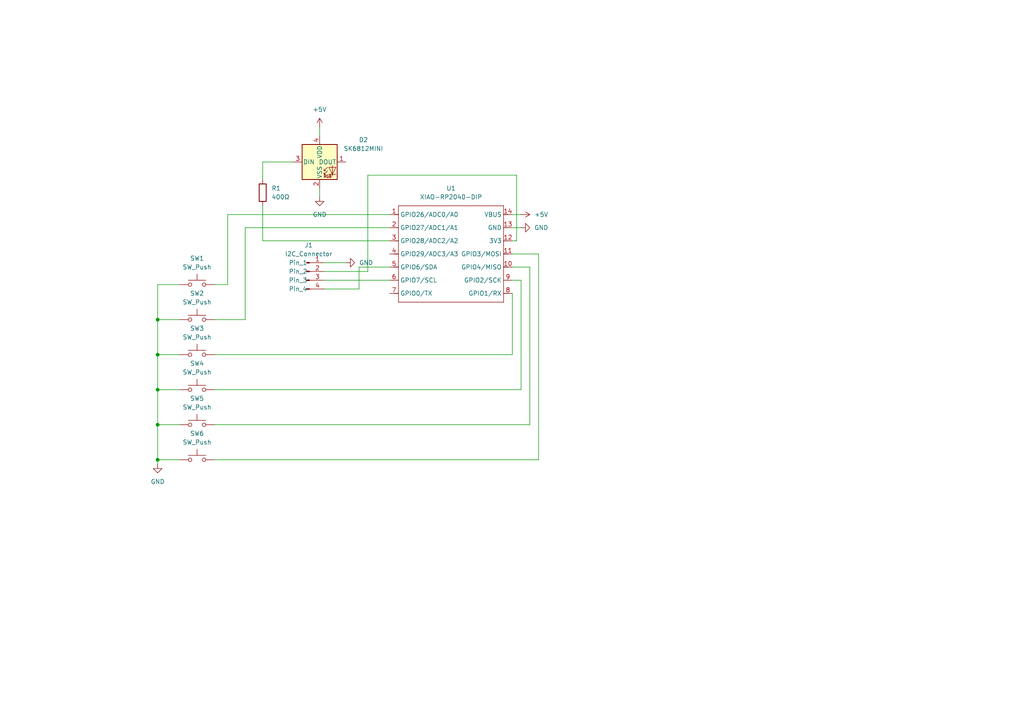
<source format=kicad_sch>
(kicad_sch (version 20250114) (generator "eeschema") (generator_version "9.0")
  (paper "A4")
  (lib_symbols
    (symbol "Connector:Conn_01x04_Pin" (pin_names (offset 1.016))
      (property "Reference" "J" (at 0 5.08 0))
      (property "Value" "Conn_01x04_Pin" (at 0 -7.62 0))
      (symbol "Conn_01x04_Pin_1_1"
        (rectangle (start 0.8636 2.667) (end 0 2.413) (stroke (width 0.1524)) (fill (type outline)))
        (rectangle (start 0.8636 0.127) (end 0 -0.127) (stroke (width 0.1524)) (fill (type outline)))
        (rectangle (start 0.8636 -2.413) (end 0 -2.667) (stroke (width 0.1524)) (fill (type outline)))
        (rectangle (start 0.8636 -4.953) (end 0 -5.207) (stroke (width 0.1524)) (fill (type outline)))
        (polyline (pts (xy 1.27 2.54) (xy 0.8636 2.54)) (stroke (width 0.1524)))
        (polyline (pts (xy 1.27 0) (xy 0.8636 0)) (stroke (width 0.1524)))
        (polyline (pts (xy 1.27 -2.54) (xy 0.8636 -2.54)) (stroke (width 0.1524)))
        (polyline (pts (xy 1.27 -5.08) (xy 0.8636 -5.08)) (stroke (width 0.1524)))
        (pin passive line (at 5.08 2.54 180) (length 3.81) (name "Pin_1") (number "1"))
        (pin passive line (at 5.08 0 180) (length 3.81) (name "Pin_2") (number "2"))
        (pin passive line (at 5.08 -2.54 180) (length 3.81) (name "Pin_3") (number "3"))
        (pin passive line (at 5.08 -5.08 180) (length 3.81) (name "Pin_4") (number "4"))
      )
    )
    (symbol "Device:R" (pin_numbers (hide yes)) (pin_names (offset 0))
      (property "Reference" "R" (at 2.032 0 90))
      (property "Value" "R" (at 0 0 90))
      (symbol "R_0_1"
        (rectangle (start -1.016 -2.54) (end 1.016 2.54) (stroke (width 0.254)))
      )
      (symbol "R_1_1"
        (pin passive line (at 0 3.81 270) (length 1.27) (name "~") (number "1"))
        (pin passive line (at 0 -3.81 90) (length 1.27) (name "~") (number "2"))
      )
    )
    (symbol "LED:SK6812MINI" (pin_names (offset 0.254))
      (property "Reference" "D" (at 5.08 5.715 0))
      (property "Value" "SK6812MINI" (at 1.27 -5.715 0))
      (symbol "SK6812MINI_0_0"
        (text "RGB" (at 2.286 -4.191 0) (effects (font (size 0.762 0.762))))
      )
      (symbol "SK6812MINI_0_1"
        (polyline (pts (xy 1.27 -2.54) (xy 1.778 -2.54)))
        (polyline (pts (xy 1.27 -3.556) (xy 1.778 -3.556)))
        (polyline (pts (xy 2.286 -1.524) (xy 1.27 -2.54) (xy 1.27 -2.032)))
        (polyline (pts (xy 2.286 -2.54) (xy 1.27 -3.556) (xy 1.27 -3.048)))
        (polyline (pts (xy 3.683 -1.016) (xy 3.683 -3.556) (xy 3.683 -4.064)))
        (polyline (pts (xy 4.699 -1.524) (xy 2.667 -1.524) (xy 3.683 -3.556) (xy 4.699 -1.524)))
        (polyline (pts (xy 4.699 -3.556) (xy 2.667 -3.556)))
        (rectangle (start 5.08 5.08) (end -5.08 -5.08) (stroke (width 0.254)) (fill (type background)))
      )
      (symbol "SK6812MINI_1_1"
        (pin input line (at -7.62 0 0) (length 2.54) (name "DIN") (number "3"))
        (pin power_in line (at 0 7.62 270) (length 2.54) (name "VDD") (number "4"))
        (pin power_in line (at 0 -7.62 90) (length 2.54) (name "VSS") (number "2"))
        (pin output line (at 7.62 0 180) (length 2.54) (name "DOUT") (number "1"))
      )
    )
    (symbol "OPL Library:XIAO-RP2040-DIP"
      (property "Reference" "U" (at 0 0 0))
      (property "Value" "XIAO-RP2040-DIP" (at 5.334 -1.778 0))
      (symbol "XIAO-RP2040-DIP_1_0"
        (polyline (pts (xy -1.27 -2.54) (xy 29.21 -2.54)) (stroke (width 0.1524)))
        (polyline (pts (xy -1.27 -5.08) (xy -2.54 -5.08)) (stroke (width 0.1524)))
        (polyline (pts (xy -1.27 -5.08) (xy -1.27 -2.54)) (stroke (width 0.1524)))
        (polyline (pts (xy -1.27 -8.89) (xy -2.54 -8.89)) (stroke (width 0.1524)))
        (polyline (pts (xy -1.27 -8.89) (xy -1.27 -5.08)) (stroke (width 0.1524)))
        (polyline (pts (xy -1.27 -12.7) (xy -2.54 -12.7)) (stroke (width 0.1524)))
        (polyline (pts (xy -1.27 -12.7) (xy -1.27 -8.89)) (stroke (width 0.1524)))
        (polyline (pts (xy -1.27 -16.51) (xy -2.54 -16.51)) (stroke (width 0.1524)))
        (polyline (pts (xy -1.27 -16.51) (xy -1.27 -12.7)) (stroke (width 0.1524)))
        (polyline (pts (xy -1.27 -20.32) (xy -2.54 -20.32)) (stroke (width 0.1524)))
        (polyline (pts (xy -1.27 -24.13) (xy -2.54 -24.13)) (stroke (width 0.1524)))
        (polyline (pts (xy -1.27 -27.94) (xy -2.54 -27.94)) (stroke (width 0.1524)))
        (polyline (pts (xy -1.27 -30.48) (xy -1.27 -16.51)) (stroke (width 0.1524)))
        (polyline (pts (xy 29.21 -2.54) (xy 29.21 -5.08)) (stroke (width 0.1524)))
        (polyline (pts (xy 29.21 -5.08) (xy 29.21 -8.89)) (stroke (width 0.1524)))
        (polyline (pts (xy 29.21 -8.89) (xy 29.21 -12.7)) (stroke (width 0.1524)))
        (polyline (pts (xy 29.21 -12.7) (xy 29.21 -30.48)) (stroke (width 0.1524)))
        (polyline (pts (xy 29.21 -30.48) (xy -1.27 -30.48)) (stroke (width 0.1524)))
        (polyline (pts (xy 30.48 -5.08) (xy 29.21 -5.08)) (stroke (width 0.1524)))
        (polyline (pts (xy 30.48 -8.89) (xy 29.21 -8.89)) (stroke (width 0.1524)))
        (polyline (pts (xy 30.48 -12.7) (xy 29.21 -12.7)) (stroke (width 0.1524)))
        (polyline (pts (xy 30.48 -16.51) (xy 29.21 -16.51)) (stroke (width 0.1524)))
        (polyline (pts (xy 30.48 -20.32) (xy 29.21 -20.32)) (stroke (width 0.1524)))
        (polyline (pts (xy 30.48 -24.13) (xy 29.21 -24.13)) (stroke (width 0.1524)))
        (polyline (pts (xy 30.48 -27.94) (xy 29.21 -27.94)) (stroke (width 0.1524)))
        (pin passive line (at -3.81 -5.08 0) (length 2.54) (name "GPIO26/ADC0/A0") (number "1"))
        (pin passive line (at -3.81 -8.89 0) (length 2.54) (name "GPIO27/ADC1/A1") (number "2"))
        (pin passive line (at -3.81 -12.7 0) (length 2.54) (name "GPIO28/ADC2/A2") (number "3"))
        (pin passive line (at -3.81 -16.51 0) (length 2.54) (name "GPIO29/ADC3/A3") (number "4"))
        (pin passive line (at -3.81 -20.32 0) (length 2.54) (name "GPIO6/SDA") (number "5"))
        (pin passive line (at -3.81 -24.13 0) (length 2.54) (name "GPIO7/SCL") (number "6"))
        (pin passive line (at -3.81 -27.94 0) (length 2.54) (name "GPIO0/TX") (number "7"))
        (pin passive line (at 31.75 -5.08 180) (length 2.54) (name "VBUS") (number "14"))
        (pin passive line (at 31.75 -8.89 180) (length 2.54) (name "GND") (number "13"))
        (pin passive line (at 31.75 -12.7 180) (length 2.54) (name "3V3") (number "12"))
        (pin passive line (at 31.75 -16.51 180) (length 2.54) (name "GPIO3/MOSI") (number "11"))
        (pin passive line (at 31.75 -20.32 180) (length 2.54) (name "GPIO4/MISO") (number "10"))
        (pin passive line (at 31.75 -24.13 180) (length 2.54) (name "GPIO2/SCK") (number "9"))
        (pin passive line (at 31.75 -27.94 180) (length 2.54) (name "GPIO1/RX") (number "8"))
      )
    )
    (symbol "Switch:SW_Push" (pin_numbers (hide yes)) (pin_names (offset 1.016) (hide yes))
      (property "Reference" "SW" (at 1.27 2.54 0))
      (property "Value" "SW_Push" (at 0 -1.524 0))
      (symbol "SW_Push_0_1"
        (circle (center -2.032 0) (radius 0.508))
        (polyline (pts (xy 0 1.27) (xy 0 3.048)))
        (circle (center 2.032 0) (radius 0.508))
        (polyline (pts (xy 2.54 1.27) (xy -2.54 1.27)))
        (pin passive line (at -5.08 0 0) (length 2.54) (name "1") (number "1"))
        (pin passive line (at 5.08 0 180) (length 2.54) (name "2") (number "2"))
      )
    )
    (symbol "power:+5V" (power) (pin_numbers (hide yes)) (pin_names (offset 0) (hide yes))
      (property "Value" "+5V" (at 0 3.556 0))
      (symbol "+5V_0_1"
        (polyline (pts (xy -0.762 1.27) (xy 0 2.54)))
        (polyline (pts (xy 0 2.54) (xy 0.762 1.27)))
        (polyline (pts (xy 0 0) (xy 0 2.54)))
      )
      (symbol "+5V_1_1"
        (pin power_in line (at 0 0 90) (length 0) (name "~") (number "1"))
      )
    )
    (symbol "power:GND" (power) (pin_numbers (hide yes)) (pin_names (offset 0) (hide yes))
      (property "Value" "GND" (at 0 -3.81 0))
      (symbol "GND_0_1"
        (polyline (pts (xy 0 0) (xy 0 -1.27) (xy 1.27 -1.27) (xy 0 -2.54) (xy -1.27 -1.27) (xy 0 -1.27)))
      )
      (symbol "GND_1_1"
        (pin power_in line (at 0 0 270) (length 0) (name "~") (number "1"))
      )
    )
  )
  (junction (at 45.72 123.19))
  (junction (at 45.72 102.87))
  (junction (at 45.72 113.03))
  (junction (at 45.72 133.35))
  (junction (at 45.72 92.71))
  (wire (pts (xy 148.59 69.85) (xy 149.86 69.85)))
  (wire (pts (xy 66.04 62.23) (xy 66.04 82.55)))
  (wire (pts (xy 76.2 52.07) (xy 76.2 46.99)))
  (wire (pts (xy 156.21 133.35) (xy 62.23 133.35)))
  (wire (pts (xy 93.98 81.28) (xy 113.03 81.28)))
  (wire (pts (xy 148.59 73.66) (xy 156.21 73.66)))
  (wire (pts (xy 113.03 66.04) (xy 71.12 66.04)))
  (wire (pts (xy 148.59 102.87) (xy 62.23 102.87)))
  (wire (pts (xy 45.72 123.19) (xy 52.07 123.19)))
  (wire (pts (xy 151.13 81.28) (xy 151.13 113.03)))
  (wire (pts (xy 151.13 113.03) (xy 62.23 113.03)))
  (wire (pts (xy 153.67 77.47) (xy 153.67 123.19)))
  (wire (pts (xy 52.07 92.71) (xy 45.72 92.71)))
  (wire (pts (xy 104.14 77.47) (xy 104.14 83.82)))
  (wire (pts (xy 156.21 73.66) (xy 156.21 133.35)))
  (wire (pts (xy 71.12 66.04) (xy 71.12 92.71)))
  (wire (pts (xy 45.72 102.87) (xy 45.72 113.03)))
  (wire (pts (xy 45.72 92.71) (xy 45.72 102.87)))
  (wire (pts (xy 45.72 102.87) (xy 52.07 102.87)))
  (wire (pts (xy 113.03 77.47) (xy 104.14 77.47)))
  (wire (pts (xy 113.03 62.23) (xy 66.04 62.23)))
  (wire (pts (xy 45.72 123.19) (xy 45.72 133.35)))
  (wire (pts (xy 92.71 36.83) (xy 92.71 39.37)))
  (wire (pts (xy 149.86 69.85) (xy 149.86 50.8)))
  (wire (pts (xy 148.59 85.09) (xy 148.59 102.87)))
  (wire (pts (xy 148.59 81.28) (xy 151.13 81.28)))
  (wire (pts (xy 76.2 46.99) (xy 85.09 46.99)))
  (wire (pts (xy 45.72 113.03) (xy 52.07 113.03)))
  (wire (pts (xy 52.07 82.55) (xy 45.72 82.55)))
  (wire (pts (xy 45.72 113.03) (xy 45.72 123.19)))
  (wire (pts (xy 148.59 66.04) (xy 151.13 66.04)))
  (wire (pts (xy 45.72 133.35) (xy 52.07 133.35)))
  (wire (pts (xy 106.68 50.8) (xy 106.68 78.74)))
  (wire (pts (xy 113.03 69.85) (xy 76.2 69.85)))
  (wire (pts (xy 93.98 76.2) (xy 100.33 76.2)))
  (wire (pts (xy 92.71 54.61) (xy 92.71 57.15)))
  (wire (pts (xy 45.72 133.35) (xy 45.72 134.62)))
  (wire (pts (xy 62.23 92.71) (xy 71.12 92.71)))
  (wire (pts (xy 76.2 59.69) (xy 76.2 69.85)))
  (wire (pts (xy 149.86 50.8) (xy 106.68 50.8)))
  (wire (pts (xy 93.98 78.74) (xy 106.68 78.74)))
  (wire (pts (xy 148.59 62.23) (xy 151.13 62.23)))
  (wire (pts (xy 45.72 82.55) (xy 45.72 92.71)))
  (wire (pts (xy 148.59 77.47) (xy 153.67 77.47)))
  (wire (pts (xy 104.14 83.82) (xy 93.98 83.82)))
  (wire (pts (xy 62.23 123.19) (xy 153.67 123.19)))
  (wire (pts (xy 66.04 82.55) (xy 62.23 82.55)))
  (symbol (lib_id "Connector:Conn_01x04_Pin") (at 88.9 78.74 0) (unit 1)
    (property "Reference" "J1" (at 89.535 71.12 0))
    (property "Value" "I2C_Connector" (at 89.535 73.66 0))
    (property "Footprint" "Oled:SSD1306-0.91-OLED-4pin-128x32" (effects (hide yes)))
    (property "Description" "Generic connector, single row, 01x04, script generated" (effects (hide yes)))
  )
  (symbol (lib_id "Device:R") (at 76.2 55.88 0) (unit 1)
    (property "Reference" "R1" (at 78.74 54.6099 0) (effects (justify left)))
    (property "Value" "400Ω" (at 78.74 57.1499 0) (effects (justify left)))
    (property "Footprint" "Resistor:R_Axial_DIN0204_L3.6mm_D1.6mm_P5.08mm_Horizontal" (effects (hide yes)))
    (property "Description" "Resistor" (effects (hide yes)))
  )
  (symbol (lib_id "Switch:SW_Push") (at 57.15 92.71 0) (unit 1)
    (property "Reference" "SW2" (at 57.15 85.09 0))
    (property "Value" "SW_Push" (at 57.15 87.63 0))
    (property "Footprint" "Button_Switch_Keyboard:SW_Cherry_MX_1.00u_PCB" (effects (hide yes)))
    (property "Description" "Push button switch, generic, two pins" (effects (hide yes)))
  )
  (symbol (lib_id "power:+5V") (at 151.13 62.23 270) (unit 1)
    (property "Reference" "#PWR06" (effects (hide yes)))
    (property "Value" "+5V" (at 154.94 62.2299 90) (effects (justify left)))
    (property "Description" "Power symbol creates a global label with name \"+5V\"" (effects (hide yes)))
  )
  (symbol (lib_id "power:+5V") (at 92.71 36.83 0) (unit 1)
    (property "Reference" "#PWR01" (effects (hide yes)))
    (property "Value" "+5V" (at 92.71 31.75 0))
    (property "Description" "Power symbol creates a global label with name \"+5V\"" (effects (hide yes)))
  )
  (symbol (lib_id "power:GND") (at 92.71 57.15 0) (unit 1)
    (property "Reference" "#PWR03" (effects (hide yes)))
    (property "Value" "GND" (at 92.71 62.23 0))
    (property "Description" "Power symbol creates a global label with name \"GND\" , ground" (effects (hide yes)))
  )
  (symbol (lib_id "OPL Library:XIAO-RP2040-DIP") (at 116.84 57.15 0) (unit 1)
    (property "Reference" "U1" (at 130.81 54.61 0))
    (property "Value" "XIAO-RP2040-DIP" (at 130.81 57.15 0))
    (property "Footprint" "OPL Lib:XIAO-RP2040-DIP" (effects (hide yes)))
  )
  (symbol (lib_id "power:GND") (at 151.13 66.04 90) (unit 1)
    (property "Reference" "#PWR05" (effects (hide yes)))
    (property "Value" "GND" (at 154.94 66.0399 90) (effects (justify right)))
    (property "Description" "Power symbol creates a global label with name \"GND\" , ground" (effects (hide yes)))
  )
  (symbol (lib_id "Switch:SW_Push") (at 57.15 133.35 0) (unit 1)
    (property "Reference" "SW6" (at 57.15 125.73 0))
    (property "Value" "SW_Push" (at 57.15 128.27 0))
    (property "Footprint" "Button_Switch_Keyboard:SW_Cherry_MX_1.00u_PCB" (effects (hide yes)))
    (property "Description" "Push button switch, generic, two pins" (effects (hide yes)))
  )
  (symbol (lib_id "Switch:SW_Push") (at 57.15 113.03 0) (unit 1)
    (property "Reference" "SW4" (at 57.15 105.41 0))
    (property "Value" "SW_Push" (at 57.15 107.95 0))
    (property "Footprint" "Button_Switch_Keyboard:SW_Cherry_MX_1.00u_PCB" (effects (hide yes)))
    (property "Description" "Push button switch, generic, two pins" (effects (hide yes)))
  )
  (symbol (lib_id "power:GND") (at 45.72 134.62 0) (unit 1)
    (property "Reference" "#PWR02" (effects (hide yes)))
    (property "Value" "GND" (at 45.72 139.7 0))
    (property "Description" "Power symbol creates a global label with name \"GND\" , ground" (effects (hide yes)))
  )
  (symbol (lib_id "Switch:SW_Push") (at 57.15 102.87 0) (unit 1)
    (property "Reference" "SW3" (at 57.15 95.25 0))
    (property "Value" "SW_Push" (at 57.15 97.79 0))
    (property "Footprint" "Button_Switch_Keyboard:SW_Cherry_MX_1.00u_PCB" (effects (hide yes)))
    (property "Description" "Push button switch, generic, two pins" (effects (hide yes)))
  )
  (symbol (lib_id "Switch:SW_Push") (at 57.15 82.55 0) (unit 1)
    (property "Reference" "SW1" (at 57.15 74.93 0))
    (property "Value" "SW_Push" (at 57.15 77.47 0))
    (property "Footprint" "Button_Switch_Keyboard:SW_Cherry_MX_1.00u_PCB" (effects (hide yes)))
    (property "Description" "Push button switch, generic, two pins" (effects (hide yes)))
  )
  (symbol (lib_id "Switch:SW_Push") (at 57.15 123.19 0) (unit 1)
    (property "Reference" "SW5" (at 57.15 115.57 0))
    (property "Value" "SW_Push" (at 57.15 118.11 0))
    (property "Footprint" "Button_Switch_Keyboard:SW_Cherry_MX_1.00u_PCB" (effects (hide yes)))
    (property "Description" "Push button switch, generic, two pins" (effects (hide yes)))
  )
  (symbol (lib_id "power:GND") (at 100.33 76.2 90) (unit 1)
    (property "Reference" "#PWR04" (effects (hide yes)))
    (property "Value" "GND" (at 104.14 76.1999 90) (effects (justify right)))
    (property "Description" "Power symbol creates a global label with name \"GND\" , ground" (effects (hide yes)))
  )
  (symbol (lib_id "LED:SK6812MINI") (at 92.71 46.99 0) (unit 1)
    (property "Reference" "D2" (at 105.41 40.5698 0))
    (property "Value" "SK6812MINI" (at 105.41 43.1098 0))
    (property "Footprint" "LED_SMD:LED_SK6812MINI_PLCC4_3.5x3.5mm_P1.75mm" (effects (hide yes)))
    (property "Datasheet" "https://cdn-shop.adafruit.com/product-files/2686/SK6812MINI_REV.01-1-2.pdf" (effects (hide yes)))
    (property "Description" "RGB LED with integrated controller" (effects (hide yes)))
  )
)
</source>
